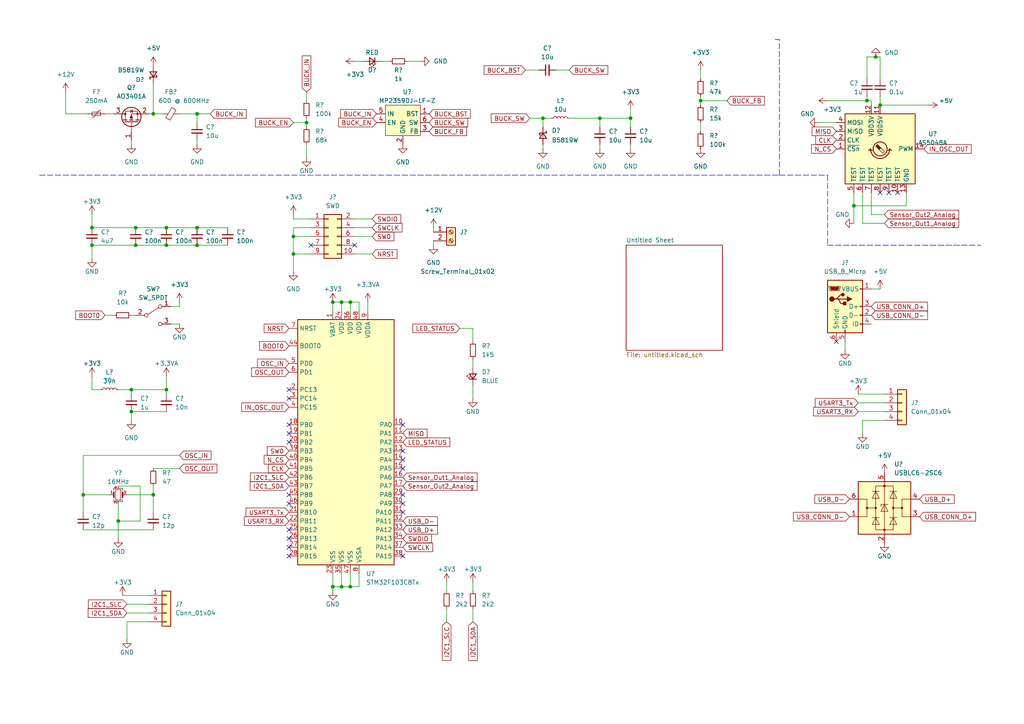
<source format=kicad_sch>
(kicad_sch (version 20211123) (generator eeschema)
  (paper "A4")
  (title_block (title "STM32F103C8") (date "2022-07-28") (company "Dharshini Thangapushparaja"))
  (lib_symbols
    (symbol "Connector:Screw_Terminal_01x02" (pin_names (offset 1.016) hide)
      (property "Reference" "J" (at 0 2.54 0))
      (property "Value" "Screw_Terminal_01x02" (at 0 -5.08 0))
      (symbol "Screw_Terminal_01x02_1_1"
        (pin passive line (at -5.08 0 0) (length 3.81) (name "Pin_1") (number "1"))
        (pin passive line (at -5.08 -2.54 0) (length 3.81) (name "Pin_2") (number "2"))
      )
    )
    (symbol "Connector:USB_B_Micro" (pin_names (offset 1.016))
      (property "Reference" "J" (at -5.08 11.43 0))
      (property "Value" "USB_B_Micro" (at -5.08 8.89 0))
      (symbol "USB_B_Micro_1_1"
        (pin power_out line (at 7.62 5.08 180) (length 2.54) (name "VBUS") (number "1"))
        (pin bidirectional line (at 7.62 -2.54 180) (length 2.54) (name "D-") (number "2"))
        (pin bidirectional line (at 7.62 0 180) (length 2.54) (name "D+") (number "3"))
        (pin passive line (at 7.62 -5.08 180) (length 2.54) (name "ID") (number "4"))
        (pin power_out line (at 0 -10.16 90) (length 2.54) (name "GND") (number "5"))
        (pin passive line (at -2.54 -10.16 90) (length 2.54) (name "Shield") (number "6"))
      )
    )
    (symbol "Connector_Generic:Conn_01x04" (pin_names (offset 1.016) hide)
      (property "Reference" "J" (at 0 5.08 0))
      (property "Value" "Conn_01x04" (at 0 -7.62 0))
      (symbol "Conn_01x04_1_1"
        (pin passive line (at -5.08 2.54 0) (length 3.81) (name "Pin_1") (number "1"))
        (pin passive line (at -5.08 0 0) (length 3.81) (name "Pin_2") (number "2"))
        (pin passive line (at -5.08 -2.54 0) (length 3.81) (name "Pin_3") (number "3"))
        (pin passive line (at -5.08 -5.08 0) (length 3.81) (name "Pin_4") (number "4"))
      )
    )
    (symbol "Connector_Generic:Conn_02x05_Odd_Even" (pin_names (offset 1.016) hide)
      (property "Reference" "J" (at 1.27 7.62 0))
      (property "Value" "Conn_02x05_Odd_Even" (at 1.27 -7.62 0))
      (symbol "Conn_02x05_Odd_Even_1_1"
        (pin passive line (at -5.08 5.08 0) (length 3.81) (name "Pin_1") (number "1"))
        (pin passive line (at 7.62 -5.08 180) (length 3.81) (name "Pin_10") (number "10"))
        (pin passive line (at 7.62 5.08 180) (length 3.81) (name "Pin_2") (number "2"))
        (pin passive line (at -5.08 2.54 0) (length 3.81) (name "Pin_3") (number "3"))
        (pin passive line (at 7.62 2.54 180) (length 3.81) (name "Pin_4") (number "4"))
        (pin passive line (at -5.08 0 0) (length 3.81) (name "Pin_5") (number "5"))
        (pin passive line (at 7.62 0 180) (length 3.81) (name "Pin_6") (number "6"))
        (pin passive line (at -5.08 -2.54 0) (length 3.81) (name "Pin_7") (number "7"))
        (pin passive line (at 7.62 -2.54 180) (length 3.81) (name "Pin_8") (number "8"))
        (pin passive line (at -5.08 -5.08 0) (length 3.81) (name "Pin_9") (number "9"))
      )
    )
    (symbol "Device:C_Small" (pin_numbers hide) (pin_names (offset 0.254) hide)
      (property "Reference" "C" (at 0.254 1.778 0))
      (property "Value" "C_Small" (at 0.254 -2.032 0))
      (symbol "C_Small_1_1"
        (pin passive line (at 0 2.54 270) (length 2.032) (name "~") (number "1"))
        (pin passive line (at 0 -2.54 90) (length 2.032) (name "~") (number "2"))
      )
    )
    (symbol "Device:Crystal_GND24_Small" (pin_names (offset 1.016) hide)
      (property "Reference" "Y" (at 1.27 4.445 0))
      (property "Value" "Crystal_GND24_Small" (at 1.27 2.54 0))
      (symbol "Crystal_GND24_Small_1_1"
        (pin passive line (at -2.54 0 0) (length 1.27) (name "1") (number "1"))
        (pin passive line (at 0 -2.54 90) (length 0.635) (name "2") (number "2"))
        (pin passive line (at 2.54 0 180) (length 1.27) (name "3") (number "3"))
        (pin passive line (at 0 2.54 270) (length 0.635) (name "4") (number "4"))
      )
    )
    (symbol "Device:D_Schottky_Small" (pin_numbers hide) (pin_names (offset 0.254) hide)
      (property "Reference" "D" (at -1.27 2.032 0))
      (property "Value" "D_Schottky_Small" (at -7.112 -2.032 0))
      (symbol "D_Schottky_Small_1_1"
        (pin passive line (at -2.54 0 0) (length 1.778) (name "K") (number "1"))
        (pin passive line (at 2.54 0 180) (length 1.778) (name "A") (number "2"))
      )
    )
    (symbol "Device:FerriteBead_Small" (pin_numbers hide) (pin_names (offset 0))
      (property "Reference" "FB" (at 1.905 1.27 0))
      (property "Value" "FerriteBead_Small" (at 1.905 -1.27 0))
      (symbol "FerriteBead_Small_1_1"
        (pin passive line (at 0 2.54 270) (length 1.27) (name "~") (number "1"))
        (pin passive line (at 0 -2.54 90) (length 1.27) (name "~") (number "2"))
      )
    )
    (symbol "Device:LED_Small" (pin_numbers hide) (pin_names (offset 0.254) hide)
      (property "Reference" "D" (at -1.27 3.175 0))
      (property "Value" "LED_Small" (at -4.445 -2.54 0))
      (symbol "LED_Small_1_1"
        (pin passive line (at -2.54 0 0) (length 1.778) (name "K") (number "1"))
        (pin passive line (at 2.54 0 180) (length 1.778) (name "A") (number "2"))
      )
    )
    (symbol "Device:L_Small" (pin_numbers hide) (pin_names (offset 0.254) hide)
      (property "Reference" "L" (at 0.762 1.016 0))
      (property "Value" "L_Small" (at 0.762 -1.016 0))
      (symbol "L_Small_1_1"
        (pin passive line (at 0 2.54 270) (length 0.508) (name "~") (number "1"))
        (pin passive line (at 0 -2.54 90) (length 0.508) (name "~") (number "2"))
      )
    )
    (symbol "Device:Polyfuse_Small" (pin_numbers hide) (pin_names (offset 0))
      (property "Reference" "F" (at -1.905 0 90))
      (property "Value" "Polyfuse_Small" (at 1.905 0 90))
      (symbol "Polyfuse_Small_1_1"
        (pin passive line (at 0 2.54 270) (length 0.635) (name "~") (number "1"))
        (pin passive line (at 0 -2.54 90) (length 0.635) (name "~") (number "2"))
      )
    )
    (symbol "Device:R_Small" (pin_numbers hide) (pin_names (offset 0.254) hide)
      (property "Reference" "R" (at 0.762 0.508 0))
      (property "Value" "R_Small" (at 0.762 -1.016 0))
      (symbol "R_Small_1_1"
        (pin passive line (at 0 2.54 270) (length 0.762) (name "~") (number "1"))
        (pin passive line (at 0 -2.54 90) (length 0.762) (name "~") (number "2"))
      )
    )
    (symbol "MCU_ST_STM32F1:STM32F103C8Tx"
      (property "Reference" "U" (at -15.24 36.83 0))
      (property "Value" "STM32F103C8Tx" (at 7.62 36.83 0))
      (symbol "STM32F103C8Tx_1_1"
        (pin power_in line (at -5.08 38.1 270) (length 2.54) (name "VBAT") (number "1"))
        (pin bidirectional line (at 15.24 5.08 180) (length 2.54) (name "PA0") (number "10"))
        (pin bidirectional line (at 15.24 2.54 180) (length 2.54) (name "PA1") (number "11"))
        (pin bidirectional line (at 15.24 0 180) (length 2.54) (name "PA2") (number "12"))
        (pin bidirectional line (at 15.24 -2.54 180) (length 2.54) (name "PA3") (number "13"))
        (pin bidirectional line (at 15.24 -5.08 180) (length 2.54) (name "PA4") (number "14"))
        (pin bidirectional line (at 15.24 -7.62 180) (length 2.54) (name "PA5") (number "15"))
        (pin bidirectional line (at 15.24 -10.16 180) (length 2.54) (name "PA6") (number "16"))
        (pin bidirectional line (at 15.24 -12.7 180) (length 2.54) (name "PA7") (number "17"))
        (pin bidirectional line (at -17.78 5.08 0) (length 2.54) (name "PB0") (number "18"))
        (pin bidirectional line (at -17.78 2.54 0) (length 2.54) (name "PB1") (number "19"))
        (pin bidirectional line (at -17.78 15.24 0) (length 2.54) (name "PC13") (number "2"))
        (pin bidirectional line (at -17.78 0 0) (length 2.54) (name "PB2") (number "20"))
        (pin bidirectional line (at -17.78 -20.32 0) (length 2.54) (name "PB10") (number "21"))
        (pin bidirectional line (at -17.78 -22.86 0) (length 2.54) (name "PB11") (number "22"))
        (pin power_in line (at -5.08 -38.1 90) (length 2.54) (name "VSS") (number "23"))
        (pin power_in line (at -2.54 38.1 270) (length 2.54) (name "VDD") (number "24"))
        (pin bidirectional line (at -17.78 -25.4 0) (length 2.54) (name "PB12") (number "25"))
        (pin bidirectional line (at -17.78 -27.94 0) (length 2.54) (name "PB13") (number "26"))
        (pin bidirectional line (at -17.78 -30.48 0) (length 2.54) (name "PB14") (number "27"))
        (pin bidirectional line (at -17.78 -33.02 0) (length 2.54) (name "PB15") (number "28"))
        (pin bidirectional line (at 15.24 -15.24 180) (length 2.54) (name "PA8") (number "29"))
        (pin bidirectional line (at -17.78 12.7 0) (length 2.54) (name "PC14") (number "3"))
        (pin bidirectional line (at 15.24 -17.78 180) (length 2.54) (name "PA9") (number "30"))
        (pin bidirectional line (at 15.24 -20.32 180) (length 2.54) (name "PA10") (number "31"))
        (pin bidirectional line (at 15.24 -22.86 180) (length 2.54) (name "PA11") (number "32"))
        (pin bidirectional line (at 15.24 -25.4 180) (length 2.54) (name "PA12") (number "33"))
        (pin bidirectional line (at 15.24 -27.94 180) (length 2.54) (name "PA13") (number "34"))
        (pin power_in line (at -2.54 -38.1 90) (length 2.54) (name "VSS") (number "35"))
        (pin power_in line (at 0 38.1 270) (length 2.54) (name "VDD") (number "36"))
        (pin bidirectional line (at 15.24 -30.48 180) (length 2.54) (name "PA14") (number "37"))
        (pin bidirectional line (at 15.24 -33.02 180) (length 2.54) (name "PA15") (number "38"))
        (pin bidirectional line (at -17.78 -2.54 0) (length 2.54) (name "PB3") (number "39"))
        (pin bidirectional line (at -17.78 10.16 0) (length 2.54) (name "PC15") (number "4"))
        (pin bidirectional line (at -17.78 -5.08 0) (length 2.54) (name "PB4") (number "40"))
        (pin bidirectional line (at -17.78 -7.62 0) (length 2.54) (name "PB5") (number "41"))
        (pin bidirectional line (at -17.78 -10.16 0) (length 2.54) (name "PB6") (number "42"))
        (pin bidirectional line (at -17.78 -12.7 0) (length 2.54) (name "PB7") (number "43"))
        (pin input line (at -17.78 27.94 0) (length 2.54) (name "BOOT0") (number "44"))
        (pin bidirectional line (at -17.78 -15.24 0) (length 2.54) (name "PB8") (number "45"))
        (pin bidirectional line (at -17.78 -17.78 0) (length 2.54) (name "PB9") (number "46"))
        (pin power_in line (at 0 -38.1 90) (length 2.54) (name "VSS") (number "47"))
        (pin power_in line (at 2.54 38.1 270) (length 2.54) (name "VDD") (number "48"))
        (pin input line (at -17.78 22.86 0) (length 2.54) (name "PD0") (number "5"))
        (pin input line (at -17.78 20.32 0) (length 2.54) (name "PD1") (number "6"))
        (pin input line (at -17.78 33.02 0) (length 2.54) (name "NRST") (number "7"))
        (pin power_in line (at 2.54 -38.1 90) (length 2.54) (name "VSSA") (number "8"))
        (pin power_in line (at 5.08 38.1 270) (length 2.54) (name "VDDA") (number "9"))
      )
    )
    (symbol "Power_Protection:USBLC6-2SC6" (pin_names hide)
      (property "Reference" "U" (at 2.54 8.89 0))
      (property "Value" "USBLC6-2SC6" (at 2.54 -8.89 0))
      (symbol "USBLC6-2SC6_1_1"
        (pin passive line (at -10.16 -2.54 0) (length 2.54) (name "I/O1") (number "1"))
        (pin passive line (at 0 -10.16 90) (length 2.54) (name "GND") (number "2"))
        (pin passive line (at 10.16 -2.54 180) (length 2.54) (name "I/O2") (number "3"))
        (pin passive line (at 10.16 2.54 180) (length 2.54) (name "I/O2") (number "4"))
        (pin passive line (at 0 10.16 270) (length 2.54) (name "VBUS") (number "5"))
        (pin passive line (at -10.16 2.54 0) (length 2.54) (name "I/O1") (number "6"))
      )
    )
    (symbol "Regulator_Switching:MP2359DJ-LF-Z"
      (property "Reference" "U" (at -5.08 5.08 0))
      (property "Value" "MP2359DJ-LF-Z" (at 8.89 5.08 0))
      (symbol "MP2359DJ-LF-Z_1_1"
        (pin input line (at 7.62 1.27 180) (length 2.54) (name "BST") (number "1"))
        (pin input line (at 0 -7.62 90) (length 2.54) (name "GND") (number "2"))
        (pin input line (at 7.62 -3.81 180) (length 2.54) (name "FB") (number "3"))
        (pin input line (at -7.62 -1.27 0) (length 2.54) (name "EN") (number "4"))
        (pin input line (at -7.62 1.27 0) (length 2.54) (name "IN") (number "5"))
        (pin input line (at 7.62 -1.27 180) (length 2.54) (name "SW") (number "6"))
      )
    )
    (symbol "Sensor_Magnetic:AS5048A"
      (property "Reference" "U" (at -10.16 11.43 0))
      (property "Value" "AS5048A" (at 10.16 11.43 0))
      (symbol "AS5048A_1_1"
        (pin input line (at -12.7 0 0) (length 2.54) (name "~{CSn}") (number "1"))
        (pin passive line (at 5.08 -12.7 90) (length 2.54) (name "TEST") (number "10"))
        (pin power_in line (at 0 12.7 270) (length 2.54) (name "VDD5V") (number "11"))
        (pin power_in line (at -2.54 12.7 270) (length 2.54) (name "VDD3V") (number "12"))
        (pin power_in line (at 7.62 -12.7 90) (length 2.54) (name "GND") (number "13"))
        (pin output line (at 12.7 0 180) (length 2.54) (name "PWM") (number "14"))
        (pin input line (at -12.7 2.54 0) (length 2.54) (name "CLK") (number "2"))
        (pin output line (at -12.7 5.08 0) (length 2.54) (name "MISO") (number "3"))
        (pin input line (at -12.7 7.62 0) (length 2.54) (name "MOSI") (number "4"))
        (pin passive line (at -7.62 -12.7 90) (length 2.54) (name "TEST") (number "5"))
        (pin passive line (at -5.08 -12.7 90) (length 2.54) (name "TEST") (number "6"))
        (pin passive line (at -2.54 -12.7 90) (length 2.54) (name "TEST") (number "7"))
        (pin passive line (at 0 -12.7 90) (length 2.54) (name "TEST") (number "8"))
        (pin passive line (at 2.54 -12.7 90) (length 2.54) (name "TEST") (number "9"))
      )
    )
    (symbol "Switch:SW_SPDT" (pin_names (offset 0) hide)
      (property "Reference" "SW" (at 0 4.318 0))
      (property "Value" "SW_SPDT" (at 0 -5.08 0))
      (symbol "SW_SPDT_1_1"
        (pin passive line (at 5.08 2.54 180) (length 2.54) (name "A") (number "1"))
        (pin passive line (at -5.08 0 0) (length 2.54) (name "B") (number "2"))
        (pin passive line (at 5.08 -2.54 180) (length 2.54) (name "C") (number "3"))
      )
    )
    (symbol "Transistor_FET:AO3401A" (pin_names hide)
      (property "Reference" "Q" (at 5.08 1.905 0))
      (property "Value" "AO3401A" (at 5.08 0 0))
      (symbol "AO3401A_1_1"
        (pin input line (at -5.08 0 0) (length 2.54) (name "G") (number "1"))
        (pin passive line (at 2.54 -5.08 90) (length 2.54) (name "S") (number "2"))
        (pin passive line (at 2.54 5.08 270) (length 2.54) (name "D") (number "3"))
      )
    )
    (symbol "power:+12V" (power) (pin_names (offset 0))
      (property "Value" "+12V" (at 0 3.556 0))
      (symbol "+12V_1_1"
        (pin power_in line (at 0 0 90) (length 0) hide (name "+12V") (number "1"))
      )
    )
    (symbol "power:+3.3V" (power) (pin_names (offset 0))
      (property "Value" "+3.3V" (at 0 3.556 0))
      (symbol "+3.3V_1_1"
        (pin power_in line (at 0 0 90) (length 0) hide (name "+3V3") (number "1"))
      )
    )
    (symbol "power:+3.3VA" (power) (pin_names (offset 0))
      (property "Value" "+3.3VA" (at 0 3.556 0))
      (symbol "+3.3VA_1_1"
        (pin power_in line (at 0 0 90) (length 0) hide (name "+3.3VA") (number "1"))
      )
    )
    (symbol "power:+5V" (power) (pin_names (offset 0))
      (property "Value" "+5V" (at 0 3.556 0))
      (symbol "+5V_1_1"
        (pin power_in line (at 0 0 90) (length 0) hide (name "+5V") (number "1"))
      )
    )
    (symbol "power:GND" (power) (pin_names (offset 0))
      (property "Value" "GND" (at 0 -3.81 0))
      (symbol "GND_1_1"
        (pin power_in line (at 0 0 270) (length 0) hide (name "GND") (number "1"))
      )
    )
  )
  (junction (at 38.1 119.38))
  (junction (at 157.48 34.29))
  (junction (at 203.2 29.21))
  (junction (at 26.67 66.04))
  (junction (at 48.26 71.12))
  (junction (at 99.06 87.63))
  (junction (at 173.99 34.29))
  (junction (at 57.15 66.04))
  (junction (at 38.1 113.03))
  (junction (at 44.45 143.51))
  (junction (at 39.37 66.04))
  (junction (at 251.46 29.21))
  (junction (at 255.27 30.48))
  (junction (at 26.67 71.12))
  (junction (at 254 16.51))
  (junction (at 24.13 143.51))
  (junction (at 101.6 170.18))
  (junction (at 39.37 71.12))
  (junction (at 48.26 113.03))
  (junction (at 96.52 87.63))
  (junction (at 247.65 59.69))
  (junction (at 57.15 33.02))
  (junction (at 57.15 71.12))
  (junction (at 44.45 33.02))
  (junction (at 101.6 87.63))
  (junction (at 85.09 73.66))
  (junction (at 85.09 68.58))
  (junction (at 34.29 151.13))
  (junction (at 99.06 170.18))
  (junction (at 88.9 35.56))
  (junction (at 48.26 66.04))
  (junction (at 96.52 170.18))
  (junction (at 182.88 34.29))
  (no_connect (at 116.84 123.19))
  (no_connect (at 116.84 161.29))
  (no_connect (at 116.84 148.59))
  (no_connect (at 116.84 135.89))
  (no_connect (at 90.17 71.12))
  (no_connect (at 83.82 143.51))
  (no_connect (at 116.84 146.05))
  (no_connect (at 257.81 55.88))
  (no_connect (at 83.82 153.67))
  (no_connect (at 83.82 161.29))
  (no_connect (at 83.82 113.03))
  (no_connect (at 83.82 123.19))
  (no_connect (at 260.35 55.88))
  (no_connect (at 242.57 99.06))
  (no_connect (at 116.84 133.35))
  (no_connect (at 83.82 158.75))
  (no_connect (at 83.82 115.57))
  (no_connect (at 83.82 156.21))
  (no_connect (at 116.84 143.51))
  (no_connect (at 102.87 71.12))
  (no_connect (at 83.82 146.05))
  (no_connect (at 83.82 128.27))
  (no_connect (at 255.27 55.88))
  (no_connect (at 83.82 125.73))
  (no_connect (at 116.84 130.81))
  (wire (pts (xy 110.49 17.78) (xy 113.03 17.78)))
  (wire (pts (xy 173.99 34.29) (xy 173.99 36.83)))
  (polyline (pts (xy 11.43 50.8) (xy 226.06 50.8)))
  (wire (pts (xy 96.52 87.63) (xy 96.52 90.17)))
  (wire (pts (xy 24.13 153.67) (xy 44.45 153.67)))
  (wire (pts (xy 44.45 33.02) (xy 46.99 33.02)))
  (wire (pts (xy 49.53 93.98) (xy 52.07 93.98)))
  (wire (pts (xy 48.26 66.04) (xy 57.15 66.04)))
  (wire (pts (xy 101.6 166.37) (xy 101.6 170.18)))
  (wire (pts (xy 85.09 73.66) (xy 85.09 78.74)))
  (wire (pts (xy 137.16 104.14) (xy 137.16 106.68)))
  (wire (pts (xy 96.52 87.63) (xy 99.06 87.63)))
  (wire (pts (xy 85.09 35.56) (xy 88.9 35.56)))
  (wire (pts (xy 251.46 16.51) (xy 254 16.51)))
  (wire (pts (xy 52.07 132.08) (xy 24.13 132.08)))
  (wire (pts (xy 133.35 95.25) (xy 137.16 95.25)))
  (wire (pts (xy 203.2 27.94) (xy 203.2 29.21)))
  (wire (pts (xy 99.06 87.63) (xy 101.6 87.63)))
  (wire (pts (xy 152.4 20.32) (xy 156.21 20.32)))
  (wire (pts (xy 57.15 40.64) (xy 57.15 41.91)))
  (wire (pts (xy 255.27 16.51) (xy 254 16.51)))
  (wire (pts (xy 173.99 41.91) (xy 173.99 43.18)))
  (wire (pts (xy 251.46 29.21) (xy 252.73 29.21)))
  (wire (pts (xy 255.27 27.94) (xy 255.27 30.48)))
  (wire (pts (xy 52.07 87.63) (xy 52.07 88.9)))
  (wire (pts (xy 250.19 64.77) (xy 250.19 55.88)))
  (wire (pts (xy 19.05 26.67) (xy 19.05 33.02)))
  (wire (pts (xy 247.65 59.69) (xy 247.65 55.88)))
  (wire (pts (xy 85.09 62.23) (xy 85.09 63.5)))
  (wire (pts (xy 26.67 109.22) (xy 26.67 113.03)))
  (wire (pts (xy 182.88 41.91) (xy 182.88 43.18)))
  (wire (pts (xy 182.88 31.75) (xy 182.88 34.29)))
  (wire (pts (xy 24.13 132.08) (xy 24.13 143.51)))
  (wire (pts (xy 250.19 125.73) (xy 250.19 121.92)))
  (wire (pts (xy 245.11 101.6) (xy 245.11 99.06)))
  (wire (pts (xy 101.6 87.63) (xy 104.14 87.63)))
  (wire (pts (xy 182.88 34.29) (xy 182.88 36.83)))
  (wire (pts (xy 26.67 66.04) (xy 39.37 66.04)))
  (wire (pts (xy 251.46 27.94) (xy 251.46 29.21)))
  (wire (pts (xy 161.29 20.32) (xy 165.1 20.32)))
  (wire (pts (xy 36.83 177.8) (xy 43.18 177.8)))
  (wire (pts (xy 44.45 135.89) (xy 52.07 135.89)))
  (wire (pts (xy 90.17 66.04) (xy 85.09 66.04)))
  (polyline (pts (xy 226.06 50.8) (xy 226.06 11.43)))
  (wire (pts (xy 38.1 40.64) (xy 38.1 41.91)))
  (wire (pts (xy 34.29 113.03) (xy 38.1 113.03)))
  (wire (pts (xy 125.73 69.85) (xy 125.73 71.12)))
  (wire (pts (xy 26.67 71.12) (xy 26.67 74.93)))
  (wire (pts (xy 252.73 62.23) (xy 256.54 62.23)))
  (wire (pts (xy 48.26 113.03) (xy 48.26 114.3)))
  (wire (pts (xy 203.2 35.56) (xy 203.2 38.1)))
  (wire (pts (xy 38.1 119.38) (xy 48.26 119.38)))
  (wire (pts (xy 52.07 88.9) (xy 49.53 88.9)))
  (wire (pts (xy 88.9 26.67) (xy 88.9 29.21)))
  (wire (pts (xy 38.1 119.38) (xy 38.1 121.92)))
  (wire (pts (xy 57.15 33.02) (xy 60.96 33.02)))
  (wire (pts (xy 203.2 20.32) (xy 203.2 22.86)))
  (wire (pts (xy 129.54 176.53) (xy 129.54 180.34)))
  (wire (pts (xy 165.1 34.29) (xy 173.99 34.29)))
  (wire (pts (xy 44.45 24.13) (xy 44.45 33.02)))
  (wire (pts (xy 137.16 111.76) (xy 137.16 115.57)))
  (wire (pts (xy 88.9 35.56) (xy 88.9 36.83)))
  (wire (pts (xy 262.89 59.69) (xy 247.65 59.69)))
  (wire (pts (xy 102.87 66.04) (xy 107.95 66.04)))
  (wire (pts (xy 31.75 143.51) (xy 24.13 143.51)))
  (wire (pts (xy 38.1 113.03) (xy 38.1 114.3)))
  (wire (pts (xy 118.11 17.78) (xy 121.92 17.78)))
  (wire (pts (xy 26.67 71.12) (xy 39.37 71.12)))
  (wire (pts (xy 101.6 170.18) (xy 104.14 170.18)))
  (wire (pts (xy 137.16 176.53) (xy 137.16 180.34)))
  (polyline (pts (xy 240.03 50.8) (xy 240.03 71.12)))
  (wire (pts (xy 40.64 140.97) (xy 40.64 151.13)))
  (wire (pts (xy 252.73 55.88) (xy 252.73 62.23)))
  (wire (pts (xy 30.48 91.44) (xy 33.02 91.44)))
  (wire (pts (xy 48.26 109.22) (xy 48.26 113.03)))
  (wire (pts (xy 237.49 35.56) (xy 242.57 35.56)))
  (wire (pts (xy 173.99 34.29) (xy 182.88 34.29)))
  (wire (pts (xy 104.14 87.63) (xy 104.14 90.17)))
  (wire (pts (xy 96.52 171.45) (xy 96.52 170.18)))
  (wire (pts (xy 85.09 63.5) (xy 90.17 63.5)))
  (wire (pts (xy 34.29 151.13) (xy 34.29 156.21)))
  (polyline (pts (xy 226.06 50.8) (xy 240.03 50.8)))
  (wire (pts (xy 24.13 143.51) (xy 24.13 148.59)))
  (wire (pts (xy 36.83 180.34) (xy 36.83 185.42)))
  (wire (pts (xy 137.16 95.25) (xy 137.16 99.06)))
  (wire (pts (xy 252.73 29.21) (xy 252.73 30.48)))
  (wire (pts (xy 30.48 33.02) (xy 33.02 33.02)))
  (wire (pts (xy 99.06 170.18) (xy 96.52 170.18)))
  (wire (pts (xy 85.09 66.04) (xy 85.09 68.58)))
  (wire (pts (xy 248.92 119.38) (xy 256.54 119.38)))
  (wire (pts (xy 57.15 66.04) (xy 66.04 66.04)))
  (wire (pts (xy 88.9 41.91) (xy 88.9 45.72)))
  (wire (pts (xy 240.03 29.21) (xy 251.46 29.21)))
  (wire (pts (xy 36.83 143.51) (xy 44.45 143.51)))
  (wire (pts (xy 102.87 63.5) (xy 107.95 63.5)))
  (wire (pts (xy 99.06 170.18) (xy 101.6 170.18)))
  (wire (pts (xy 250.19 121.92) (xy 256.54 121.92)))
  (polyline (pts (xy 240.03 71.12) (xy 284.48 71.12)))
  (wire (pts (xy 129.54 168.91) (xy 129.54 171.45)))
  (wire (pts (xy 43.18 33.02) (xy 44.45 33.02)))
  (wire (pts (xy 52.07 33.02) (xy 57.15 33.02)))
  (wire (pts (xy 85.09 73.66) (xy 90.17 73.66)))
  (wire (pts (xy 38.1 91.44) (xy 39.37 91.44)))
  (wire (pts (xy 39.37 71.12) (xy 48.26 71.12)))
  (wire (pts (xy 34.29 151.13) (xy 40.64 151.13)))
  (wire (pts (xy 157.48 34.29) (xy 157.48 36.83)))
  (wire (pts (xy 88.9 34.29) (xy 88.9 35.56)))
  (wire (pts (xy 99.06 166.37) (xy 99.06 170.18)))
  (wire (pts (xy 26.67 113.03) (xy 29.21 113.03)))
  (wire (pts (xy 251.46 22.86) (xy 251.46 16.51)))
  (wire (pts (xy 248.92 114.3) (xy 256.54 114.3)))
  (wire (pts (xy 101.6 87.63) (xy 101.6 90.17)))
  (wire (pts (xy 247.65 64.77) (xy 247.65 59.69)))
  (wire (pts (xy 57.15 71.12) (xy 66.04 71.12)))
  (wire (pts (xy 57.15 33.02) (xy 57.15 35.56)))
  (wire (pts (xy 262.89 55.88) (xy 262.89 59.69)))
  (wire (pts (xy 203.2 29.21) (xy 203.2 30.48)))
  (wire (pts (xy 104.14 166.37) (xy 104.14 170.18)))
  (wire (pts (xy 255.27 30.48) (xy 269.24 30.48)))
  (wire (pts (xy 125.73 66.04) (xy 125.73 67.31)))
  (polyline (pts (xy 224.79 11.43) (xy 226.06 11.43)))
  (wire (pts (xy 157.48 41.91) (xy 157.48 43.18)))
  (wire (pts (xy 102.87 68.58) (xy 107.95 68.58)))
  (wire (pts (xy 96.52 166.37) (xy 96.52 170.18)))
  (wire (pts (xy 38.1 113.03) (xy 48.26 113.03)))
  (wire (pts (xy 252.73 83.82) (xy 255.27 83.82)))
  (wire (pts (xy 26.67 62.23) (xy 26.67 66.04)))
  (wire (pts (xy 48.26 71.12) (xy 57.15 71.12)))
  (wire (pts (xy 248.92 116.84) (xy 256.54 116.84)))
  (wire (pts (xy 137.16 168.91) (xy 137.16 171.45)))
  (wire (pts (xy 85.09 68.58) (xy 85.09 73.66)))
  (wire (pts (xy 157.48 34.29) (xy 160.02 34.29)))
  (wire (pts (xy 36.83 175.26) (xy 43.18 175.26)))
  (wire (pts (xy 85.09 68.58) (xy 90.17 68.58)))
  (wire (pts (xy 34.29 146.05) (xy 34.29 151.13)))
  (wire (pts (xy 34.29 140.97) (xy 40.64 140.97)))
  (wire (pts (xy 43.18 180.34) (xy 36.83 180.34)))
  (wire (pts (xy 19.05 33.02) (xy 25.4 33.02)))
  (wire (pts (xy 102.87 17.78) (xy 105.41 17.78)))
  (wire (pts (xy 106.68 87.63) (xy 106.68 90.17)))
  (wire (pts (xy 39.37 66.04) (xy 48.26 66.04)))
  (wire (pts (xy 44.45 140.97) (xy 44.45 143.51)))
  (wire (pts (xy 44.45 143.51) (xy 44.45 148.59)))
  (wire (pts (xy 203.2 29.21) (xy 210.82 29.21)))
  (wire (pts (xy 255.27 22.86) (xy 255.27 16.51)))
  (wire (pts (xy 35.56 172.72) (xy 43.18 172.72)))
  (wire (pts (xy 153.67 34.29) (xy 157.48 34.29)))
  (wire (pts (xy 99.06 87.63) (xy 99.06 90.17)))
  (wire (pts (xy 250.19 64.77) (xy 256.54 64.77)))
  (wire (pts (xy 102.87 73.66) (xy 107.95 73.66)))
  (global_label "USART3_Tx" (shape input) (at 248.92 116.84 180) (property "插入图纸页参考" "${INTERSHEET_REFS}" (effects hide)))
  (global_label "I2C1_SLC" (shape input) (at 129.54 180.34 270) (property "插入图纸页参考" "${INTERSHEET_REFS}" (effects hide)))
  (global_label "BUCK_BST" (shape input) (at 124.46 33.02 0) (property "插入图纸页参考" "${INTERSHEET_REFS}" (effects hide)))
  (global_label "LED_STATUS" (shape input) (at 133.35 95.25 180) (property "插入图纸页参考" "${INTERSHEET_REFS}" (effects hide)))
  (global_label "MISO" (shape input) (at 116.84 125.73 0) (property "插入图纸页参考" "${INTERSHEET_REFS}" (effects hide)))
  (global_label "BUCK_IN" (shape input) (at 109.22 33.02 180) (property "插入图纸页参考" "${INTERSHEET_REFS}" (effects hide)))
  (global_label "SWDIO" (shape input) (at 116.84 156.21 0) (property "插入图纸页参考" "${INTERSHEET_REFS}" (effects hide)))
  (global_label "BUCK_FB" (shape input) (at 210.82 29.21 0) (property "插入图纸页参考" "${INTERSHEET_REFS}" (effects hide)))
  (global_label "USART3_RX" (shape input) (at 248.92 119.38 180) (property "插入图纸页参考" "${INTERSHEET_REFS}" (effects hide)))
  (global_label "USB_CONN_D+" (shape input) (at 252.73 88.9 0) (property "插入图纸页参考" "${INTERSHEET_REFS}" (effects hide)))
  (global_label "Sensor_Out2_Analog" (shape input) (at 116.84 140.97 0) (property "插入图纸页参考" "${INTERSHEET_REFS}" (effects hide)))
  (global_label "NRST" (shape input) (at 107.95 73.66 0) (property "插入图纸页参考" "${INTERSHEET_REFS}" (effects hide)))
  (global_label "BUCK_FB" (shape input) (at 124.46 38.1 0) (property "插入图纸页参考" "${INTERSHEET_REFS}" (effects hide)))
  (global_label "USB_D-" (shape input) (at 246.38 144.78 180) (property "插入图纸页参考" "${INTERSHEET_REFS}" (effects hide)))
  (global_label "MISO" (shape input) (at 242.57 38.1 180) (property "插入图纸页参考" "${INTERSHEET_REFS}" (effects hide)))
  (global_label "LED_STATUS" (shape input) (at 116.84 128.27 0) (property "插入图纸页参考" "${INTERSHEET_REFS}" (effects hide)))
  (global_label "SW0" (shape input) (at 83.82 130.81 180) (property "插入图纸页参考" "${INTERSHEET_REFS}" (effects hide)))
  (global_label "USB_CONN_D-" (shape input) (at 252.73 91.44 0) (property "插入图纸页参考" "${INTERSHEET_REFS}" (effects hide)))
  (global_label "CLK" (shape input) (at 83.82 135.89 180) (property "插入图纸页参考" "${INTERSHEET_REFS}" (effects hide)))
  (global_label "USB_CONN_D-" (shape input) (at 246.38 149.86 180) (property "插入图纸页参考" "${INTERSHEET_REFS}" (effects hide)))
  (global_label "BUCK_SW" (shape input) (at 124.46 35.56 0) (property "插入图纸页参考" "${INTERSHEET_REFS}" (effects hide)))
  (global_label "BOOT0" (shape input) (at 30.48 91.44 180) (property "插入图纸页参考" "${INTERSHEET_REFS}" (effects hide)))
  (global_label "OSC_OUT" (shape input) (at 52.07 135.89 0) (property "插入图纸页参考" "${INTERSHEET_REFS}" (effects hide)))
  (global_label "I2C1_SLC" (shape input) (at 83.82 138.43 180) (property "插入图纸页参考" "${INTERSHEET_REFS}" (effects hide)))
  (global_label "SWCLK" (shape input) (at 116.84 158.75 0) (property "插入图纸页参考" "${INTERSHEET_REFS}" (effects hide)))
  (global_label "USB_D-" (shape input) (at 116.84 151.13 0) (property "插入图纸页参考" "${INTERSHEET_REFS}" (effects hide)))
  (global_label "OSC_IN" (shape input) (at 83.82 105.41 180) (property "插入图纸页参考" "${INTERSHEET_REFS}" (effects hide)))
  (global_label "Sensor_Out2_Analog" (shape input) (at 256.54 62.23 0) (property "插入图纸页参考" "${INTERSHEET_REFS}" (effects hide)))
  (global_label "BUCK_IN" (shape input) (at 88.9 26.67 90) (property "插入图纸页参考" "${INTERSHEET_REFS}" (effects hide)))
  (global_label "OSC_OUT" (shape input) (at 83.82 107.95 180) (property "插入图纸页参考" "${INTERSHEET_REFS}" (effects hide)))
  (global_label "BUCK_SW" (shape input) (at 153.67 34.29 180) (property "插入图纸页参考" "${INTERSHEET_REFS}" (effects hide)))
  (global_label "Sensor_Out1_Analog" (shape input) (at 116.84 138.43 0) (property "插入图纸页参考" "${INTERSHEET_REFS}" (effects hide)))
  (global_label "I2C1_SDA" (shape input) (at 83.82 140.97 180) (property "插入图纸页参考" "${INTERSHEET_REFS}" (effects hide)))
  (global_label "N_CS" (shape input) (at 242.57 43.18 180) (property "插入图纸页参考" "${INTERSHEET_REFS}" (effects hide)))
  (global_label "USB_D+" (shape input) (at 116.84 153.67 0) (property "插入图纸页参考" "${INTERSHEET_REFS}" (effects hide)))
  (global_label "IN_OSC_OUT" (shape input) (at 267.97 43.18 0) (property "插入图纸页参考" "${INTERSHEET_REFS}" (effects hide)))
  (global_label "USART3_Tx" (shape input) (at 83.82 148.59 180) (property "插入图纸页参考" "${INTERSHEET_REFS}" (effects hide)))
  (global_label "BUCK_BST" (shape input) (at 152.4 20.32 180) (property "插入图纸页参考" "${INTERSHEET_REFS}" (effects hide)))
  (global_label "I2C1_SDA" (shape input) (at 137.16 180.34 270) (property "插入图纸页参考" "${INTERSHEET_REFS}" (effects hide)))
  (global_label "N_CS" (shape input) (at 83.82 133.35 180) (property "插入图纸页参考" "${INTERSHEET_REFS}" (effects hide)))
  (global_label "BUCK_EN" (shape input) (at 109.22 35.56 180) (property "插入图纸页参考" "${INTERSHEET_REFS}" (effects hide)))
  (global_label "USB_D+" (shape input) (at 266.7 144.78 0) (property "插入图纸页参考" "${INTERSHEET_REFS}" (effects hide)))
  (global_label "I2C1_SDA" (shape input) (at 36.83 177.8 180) (property "插入图纸页参考" "${INTERSHEET_REFS}" (effects hide)))
  (global_label "OSC_IN" (shape input) (at 52.07 132.08 0) (property "插入图纸页参考" "${INTERSHEET_REFS}" (effects hide)))
  (global_label "NRST" (shape input) (at 83.82 95.25 180) (property "插入图纸页参考" "${INTERSHEET_REFS}" (effects hide)))
  (global_label "SW0" (shape input) (at 107.95 68.58 0) (property "插入图纸页参考" "${INTERSHEET_REFS}" (effects hide)))
  (global_label "BUCK_EN" (shape input) (at 85.09 35.56 180) (property "插入图纸页参考" "${INTERSHEET_REFS}" (effects hide)))
  (global_label "I2C1_SLC" (shape input) (at 36.83 175.26 180) (property "插入图纸页参考" "${INTERSHEET_REFS}" (effects hide)))
  (global_label "USB_CONN_D+" (shape input) (at 266.7 149.86 0) (property "插入图纸页参考" "${INTERSHEET_REFS}" (effects hide)))
  (global_label "BUCK_SW" (shape input) (at 165.1 20.32 0) (property "插入图纸页参考" "${INTERSHEET_REFS}" (effects hide)))
  (global_label "Sensor_Out1_Analog" (shape input) (at 256.54 64.77 0) (property "插入图纸页参考" "${INTERSHEET_REFS}" (effects hide)))
  (global_label "SWDIO" (shape input) (at 107.95 63.5 0) (property "插入图纸页参考" "${INTERSHEET_REFS}" (effects hide)))
  (global_label "SWCLK" (shape input) (at 107.95 66.04 0) (property "插入图纸页参考" "${INTERSHEET_REFS}" (effects hide)))
  (global_label "CLK" (shape input) (at 242.57 40.64 180) (property "插入图纸页参考" "${INTERSHEET_REFS}" (effects hide)))
  (global_label "USART3_RX" (shape input) (at 83.82 151.13 180) (property "插入图纸页参考" "${INTERSHEET_REFS}" (effects hide)))
  (global_label "BUCK_IN" (shape input) (at 60.96 33.02 0) (property "插入图纸页参考" "${INTERSHEET_REFS}" (effects hide)))
  (global_label "BOOT0" (shape input) (at 83.82 100.33 180) (property "插入图纸页参考" "${INTERSHEET_REFS}" (effects hide)))
  (global_label "IN_OSC_OUT" (shape input) (at 83.82 118.11 180) (property "插入图纸页参考" "${INTERSHEET_REFS}" (effects hide)))
  (symbol (lib_id "power:+5V") (at 255.27 83.82 0) (unit 1)
    (property "Reference" "#PWR?" (effects hide))
    (property "Value" "+5V" (at 255.27 78.74 0))
  )
  (symbol (lib_id "Device:R_Small") (at 88.9 39.37 0) (unit 1)
    (property "Reference" "R?" (at 91.44 38.0999 0) (effects (justify left)))
    (property "Value" "68k" (at 91.44 40.6399 0) (effects (justify left)))
  )
  (symbol (lib_id "power:GND") (at 203.2 43.18 0) (unit 1)
    (property "Reference" "#PWR?" (effects hide))
    (property "Value" "GND" (at 203.2 48.26 0))
  )
  (symbol (lib_id "Device:C_Small") (at 251.46 25.4 0) (unit 1)
    (property "Reference" "C?" (at 246.38 24.13 0) (effects (justify left)))
    (property "Value" "1u" (at 247.65 26.67 0) (effects (justify left)))
  )
  (symbol (lib_id "Device:C_Small") (at 44.45 151.13 0) (unit 1)
    (property "Reference" "C?" (at 46.99 149.8662 0) (effects (justify left)))
    (property "Value" "12p" (at 46.99 152.4062 0) (effects (justify left)))
  )
  (symbol (lib_id "power:+3.3V") (at 52.07 87.63 0) (unit 1)
    (property "Reference" "#PWR?" (effects hide))
    (property "Value" "+3.3V" (at 52.07 82.55 0))
  )
  (symbol (lib_id "Device:FerriteBead_Small") (at 49.53 33.02 270) (unit 1)
    (property "Reference" "FB?" (at 49.5681 26.67 90))
    (property "Value" "600 @ 600MHz" (at 53.34 29.21 90))
  )
  (symbol (lib_id "power:+5V") (at 44.45 19.05 0) (unit 1)
    (property "Reference" "#PWR?" (effects hide))
    (property "Value" "+5V" (at 44.45 13.97 0))
  )
  (symbol (lib_id "power:+3.3VA") (at 106.68 87.63 0) (unit 1)
    (property "Reference" "#PWR?" (effects hide))
    (property "Value" "+3.3VA" (at 106.68 82.55 0))
  )
  (symbol (lib_id "power:GND") (at 52.07 93.98 0) (unit 1)
    (property "Reference" "#PWR?" (effects hide))
    (property "Value" "GND" (at 52.07 97.79 0))
  )
  (symbol (lib_id "power:GND") (at 96.52 171.45 0) (unit 1)
    (property "Reference" "#PWR?" (effects hide))
    (property "Value" "GND" (at 96.52 175.26 0))
  )
  (symbol (lib_id "power:+3.3VA") (at 48.26 109.22 0) (unit 1)
    (property "Reference" "#PWR?" (effects hide))
    (property "Value" "+3.3VA" (at 48.26 105.41 0))
  )
  (symbol (lib_id "Regulator_Switching:MP2359DJ-LF-Z") (at 116.84 34.29 0) (unit 1)
    (property "Reference" "U?" (at 118.11 26.67 0))
    (property "Value" "MP2359DJ-LF-Z" (at 118.11 29.21 0))
  )
  (symbol (lib_id "power:GND") (at 245.11 101.6 0) (unit 1)
    (property "Reference" "#PWR?" (effects hide))
    (property "Value" "GND" (at 245.11 105.41 0))
  )
  (symbol (lib_id "Device:R_Small") (at 203.2 40.64 0) (unit 1)
    (property "Reference" "R?" (at 205.74 39.3699 0) (effects (justify left)))
    (property "Value" "100k" (at 205.74 41.9099 0) (effects (justify left)))
  )
  (symbol (lib_id "Connector_Generic:Conn_01x04") (at 48.26 175.26 0) (unit 1)
    (property "Reference" "J?" (at 50.8 175.2599 0) (effects (justify left)))
    (property "Value" "Conn_01x04" (at 50.8 177.7999 0) (effects (justify left)))
  )
  (symbol (lib_id "Device:R_Small") (at 203.2 25.4 0) (unit 1)
    (property "Reference" "R?" (at 205.74 24.1299 0) (effects (justify left)))
    (property "Value" "47k" (at 205.74 26.6699 0) (effects (justify left)))
  )
  (symbol (lib_id "power:GND") (at 250.19 125.73 0) (unit 1)
    (property "Reference" "#PWR?" (effects hide))
    (property "Value" "GND" (at 250.19 129.54 0))
  )
  (symbol (lib_id "power:GND") (at 121.92 17.78 90) (unit 1)
    (property "Reference" "#PWR?" (effects hide))
    (property "Value" "GND" (at 125.73 17.7799 90) (effects (justify right)))
  )
  (symbol (lib_id "power:GND") (at 237.49 35.56 270) (unit 1)
    (property "Reference" "#PWR?" (effects hide))
    (property "Value" "GND" (at 236.22 33.02 90) (effects (justify right)))
  )
  (symbol (lib_id "power:+3.3V") (at 102.87 17.78 90) (unit 1)
    (property "Reference" "#PWR?" (effects hide))
    (property "Value" "+3.3V" (at 100.33 21.59 90) (effects (justify right)))
  )
  (symbol (lib_id "Device:C_Small") (at 38.1 116.84 0) (unit 1)
    (property "Reference" "C?" (at 40.64 115.5762 0) (effects (justify left)))
    (property "Value" "1u" (at 40.64 118.1162 0) (effects (justify left)))
  )
  (symbol (lib_id "Device:C_Small") (at 26.67 68.58 0) (unit 1)
    (property "Reference" "C?" (at 29.21 67.3162 0) (effects (justify left)))
    (property "Value" "4u7" (at 29.21 69.8562 0) (effects (justify left)))
  )
  (symbol (lib_id "power:+5V") (at 256.54 137.16 0) (unit 1)
    (property "Reference" "#PWR?" (effects hide))
    (property "Value" "+5V" (at 256.54 132.08 0))
  )
  (symbol (lib_id "power:+5V") (at 269.24 30.48 270) (unit 1)
    (property "Reference" "#PWR?" (effects hide))
    (property "Value" "+5V" (at 274.32 29.21 90))
  )
  (symbol (lib_id "Device:C_Small") (at 48.26 68.58 0) (unit 1)
    (property "Reference" "C?" (at 50.8 67.3162 0) (effects (justify left)))
    (property "Value" "100n" (at 50.8 69.8562 0) (effects (justify left)))
  )
  (symbol (lib_id "Device:L_Small") (at 31.75 113.03 90) (unit 1)
    (property "Reference" "L?" (at 31.75 107.95 90))
    (property "Value" "39n" (at 31.75 110.49 90))
  )
  (symbol (lib_id "Device:R_Small") (at 115.57 17.78 90) (unit 1)
    (property "Reference" "R?" (at 115.57 20.32 90))
    (property "Value" "1k" (at 115.57 22.86 90))
  )
  (symbol (lib_id "power:GND") (at 85.09 78.74 0) (unit 1)
    (property "Reference" "#PWR?" (effects hide))
    (property "Value" "GND" (at 85.09 83.82 0))
  )
  (symbol (lib_id "power:GND") (at 36.83 185.42 0) (unit 1)
    (property "Reference" "#PWR?" (effects hide))
    (property "Value" "GND" (at 36.83 189.23 0))
  )
  (symbol (lib_id "MCU_ST_STM32F1:STM32F103C8Tx") (at 101.6 128.27 0) (unit 1)
    (property "Reference" "U?" (at 106.1594 166.37 0) (effects (justify left)))
    (property "Value" "STM32F103C8Tx" (at 106.1594 168.91 0) (effects (justify left)))
    (property "Footprint" "Package_QFP:LQFP-48_7x7mm_P0.5mm" (effects hide))
    (property "Datasheet" "http://www.st.com/st-web-ui/static/active/en/resource/technical/document/datasheet/CD00161566.pdf" (effects hide))
  )
  (symbol (lib_id "power:+3.3V") (at 26.67 109.22 0) (unit 1)
    (property "Reference" "#PWR?" (effects hide))
    (property "Value" "+3.3V" (at 26.67 105.41 0))
  )
  (symbol (lib_id "Device:R_Small") (at 35.56 91.44 270) (unit 1)
    (property "Reference" "R?" (at 35.56 85.09 90))
    (property "Value" "10k" (at 35.56 87.63 90))
  )
  (symbol (lib_id "power:GND") (at 137.16 115.57 0) (unit 1)
    (property "Reference" "#PWR?" (effects hide))
    (property "Value" "GND" (at 137.16 119.38 0))
  )
  (symbol (lib_id "Device:R_Small") (at 88.9 31.75 0) (unit 1)
    (property "Reference" "R?" (at 91.44 30.4799 0) (effects (justify left)))
    (property "Value" "100k" (at 91.44 33.0199 0) (effects (justify left)))
  )
  (symbol (lib_id "Device:D_Schottky_Small") (at 157.48 39.37 270) (unit 1)
    (property "Reference" "D?" (at 160.02 37.8459 90) (effects (justify left)))
    (property "Value" "B5819W" (at 160.02 40.64 90) (effects (justify left)))
  )
  (symbol (lib_id "Connector_Generic:Conn_01x04") (at 261.62 116.84 0) (unit 1)
    (property "Reference" "J?" (at 264.16 116.8399 0) (effects (justify left)))
    (property "Value" "Conn_01x04" (at 264.16 119.3799 0) (effects (justify left)))
  )
  (symbol (lib_id "power:GND") (at 157.48 43.18 0) (unit 1)
    (property "Reference" "#PWR?" (effects hide))
    (property "Value" "GND" (at 157.48 48.26 0))
  )
  (symbol (lib_id "power:+3.3V") (at 240.03 29.21 90) (unit 1)
    (property "Reference" "#PWR?" (effects hide))
    (property "Value" "+3.3V" (at 238.7601 31.75 90) (effects (justify right)))
  )
  (symbol (lib_id "power:GND") (at 125.73 71.12 0) (unit 1)
    (property "Reference" "#PWR?" (effects hide))
    (property "Value" "GND" (at 125.73 76.2 0))
  )
  (symbol (lib_id "power:GND") (at 116.84 41.91 0) (unit 1)
    (property "Reference" "#PWR?" (effects hide))
    (property "Value" "GND" (at 116.84 46.99 0))
  )
  (symbol (lib_id "power:+3.3V") (at 26.67 62.23 0) (unit 1)
    (property "Reference" "#PWR?" (effects hide))
    (property "Value" "+3.3V" (at 26.67 58.42 0))
  )
  (symbol (lib_id "Device:R_Small") (at 203.2 33.02 0) (unit 1)
    (property "Reference" "R?" (at 205.74 31.7499 0) (effects (justify left)))
    (property "Value" "15k" (at 205.74 34.2899 0) (effects (justify left)))
  )
  (symbol (lib_id "power:GND") (at 88.9 45.72 0) (unit 1)
    (property "Reference" "#PWR?" (effects hide))
    (property "Value" "GND" (at 88.9 49.53 0))
  )
  (symbol (lib_id "power:GND") (at 173.99 43.18 0) (unit 1)
    (property "Reference" "#PWR?" (effects hide))
    (property "Value" "GND" (at 173.99 48.26 0))
  )
  (symbol (lib_id "power:GND") (at 182.88 43.18 0) (unit 1)
    (property "Reference" "#PWR?" (effects hide))
    (property "Value" "GND" (at 182.88 48.26 0))
  )
  (symbol (lib_id "Power_Protection:USBLC6-2SC6") (at 256.54 147.32 0) (unit 1)
    (property "Reference" "U?" (at 259.3087 134.62 0) (effects (justify left)))
    (property "Value" "USBLC6-2SC6" (at 259.3087 137.16 0) (effects (justify left)))
    (property "Footprint" "Package_TO_SOT_SMD:SOT-23-6" (effects hide))
    (property "Datasheet" "https://www.st.com/resource/en/datasheet/usblc6-2.pdf" (effects hide))
  )
  (symbol (lib_id "Device:C_Small") (at 48.26 116.84 0) (unit 1)
    (property "Reference" "C?" (at 50.8 115.5762 0) (effects (justify left)))
    (property "Value" "10n" (at 50.8 118.1162 0) (effects (justify left)))
  )
  (symbol (lib_id "power:GND") (at 247.65 64.77 270) (unit 1)
    (property "Reference" "#PWR?" (effects hide))
    (property "Value" "GND" (at 246.38 62.23 90) (effects (justify right)))
  )
  (symbol (lib_id "power:+3.3V") (at 96.52 87.63 0) (unit 1)
    (property "Reference" "#PWR?" (effects hide))
    (property "Value" "+3.3V" (at 96.52 83.82 0))
  )
  (symbol (lib_id "power:GND") (at 38.1 41.91 0) (unit 1)
    (property "Reference" "#PWR?" (effects hide))
    (property "Value" "GND" (at 38.1 46.99 0))
  )
  (symbol (lib_id "Device:C_Small") (at 66.04 68.58 0) (unit 1)
    (property "Reference" "C?" (at 68.58 67.3162 0) (effects (justify left)))
    (property "Value" "100n" (at 68.58 69.8562 0) (effects (justify left)))
  )
  (symbol (lib_id "power:+3.3V") (at 35.56 172.72 0) (unit 1)
    (property "Reference" "#PWR?" (effects hide))
    (property "Value" "+3.3V" (at 35.56 168.91 0))
  )
  (symbol (lib_id "Device:C_Small") (at 255.27 25.4 0) (unit 1)
    (property "Reference" "C?" (at 257.81 24.1362 0) (effects (justify left)))
    (property "Value" "0.1u" (at 257.81 26.6762 0) (effects (justify left)))
  )
  (symbol (lib_id "Device:C_Small") (at 24.13 151.13 0) (unit 1)
    (property "Reference" "C?" (at 26.67 149.8662 0) (effects (justify left)))
    (property "Value" "12p" (at 26.67 152.4062 0) (effects (justify left)))
  )
  (symbol (lib_id "Device:C_Small") (at 57.15 68.58 0) (unit 1)
    (property "Reference" "C?" (at 59.69 67.3162 0) (effects (justify left)))
    (property "Value" "100n" (at 59.69 69.8562 0) (effects (justify left)))
  )
  (symbol (lib_id "Device:R_Small") (at 137.16 173.99 0) (unit 1)
    (property "Reference" "R?" (at 139.7 172.7199 0) (effects (justify left)))
    (property "Value" "2k2" (at 139.7 175.2599 0) (effects (justify left)))
  )
  (symbol (lib_id "Device:L_Small") (at 162.56 34.29 90) (unit 1)
    (property "Reference" "L?" (at 162.56 29.21 90))
    (property "Value" "10u" (at 162.56 31.75 90))
  )
  (symbol (lib_id "power:+3.3V") (at 248.92 114.3 0) (unit 1)
    (property "Reference" "#PWR?" (effects hide))
    (property "Value" "+3.3V" (at 248.92 110.49 0))
  )
  (symbol (lib_id "Device:R_Small") (at 44.45 138.43 180) (unit 1)
    (property "Reference" "R?" (at 46.99 137.1599 0) (effects (justify right)))
    (property "Value" "47" (at 46.99 139.6999 0) (effects (justify right)))
  )
  (symbol (lib_id "power:+3.3V") (at 137.16 168.91 0) (unit 1)
    (property "Reference" "#PWR?" (effects hide))
    (property "Value" "+3.3V" (at 137.16 165.1 0))
  )
  (symbol (lib_id "Connector_Generic:Conn_02x05_Odd_Even") (at 95.25 68.58 0) (unit 1)
    (property "Reference" "J?" (at 96.52 57.15 0))
    (property "Value" "SWD" (at 96.52 59.69 0))
  )
  (symbol (lib_id "Device:R_Small") (at 129.54 173.99 180) (unit 1)
    (property "Reference" "R?" (at 132.08 172.7199 0) (effects (justify right)))
    (property "Value" "2k2" (at 132.08 175.2599 0) (effects (justify right)))
  )
  (symbol (lib_id "Device:C_Small") (at 57.15 38.1 0) (unit 1)
    (property "Reference" "C?" (at 59.69 36.8362 0) (effects (justify left)))
    (property "Value" "10u" (at 59.69 39.3762 0) (effects (justify left)))
  )
  (symbol (lib_id "power:GND") (at 34.29 156.21 0) (unit 1)
    (property "Reference" "#PWR?" (effects hide))
    (property "Value" "GND" (at 34.29 160.02 0))
  )
  (symbol (lib_id "Device:Polyfuse_Small") (at 27.94 33.02 90) (unit 1)
    (property "Reference" "F?" (at 27.94 26.67 90))
    (property "Value" "250mA" (at 27.94 29.21 90))
  )
  (symbol (lib_id "power:+3.3V") (at 85.09 62.23 0) (unit 1)
    (property "Reference" "#PWR?" (effects hide))
    (property "Value" "+3.3V" (at 85.09 57.15 0))
  )
  (symbol (lib_id "power:GND") (at 38.1 121.92 0) (unit 1)
    (property "Reference" "#PWR?" (effects hide))
    (property "Value" "GND" (at 38.1 127 0))
  )
  (symbol (lib_id "power:GND") (at 57.15 41.91 0) (unit 1)
    (property "Reference" "#PWR?" (effects hide))
    (property "Value" "GND" (at 57.15 46.99 0))
  )
  (symbol (lib_id "Switch:SW_SPDT") (at 44.45 91.44 0) (unit 1)
    (property "Reference" "SW?" (at 44.45 83.82 0))
    (property "Value" "SW_SPDT" (at 44.45 86.36 0))
  )
  (symbol (lib_id "Device:Crystal_GND24_Small") (at 34.29 143.51 0) (unit 1)
    (property "Reference" "Y?" (at 34.29 137.16 0))
    (property "Value" "16MHz" (at 34.29 139.7 0))
  )
  (symbol (lib_id "Device:D_Schottky_Small") (at 44.45 21.59 90) (unit 1)
    (property "Reference" "D?" (at 41.91 23.1141 90) (effects (justify left)))
    (property "Value" "B5819W" (at 41.91 20.32 90) (effects (justify left)))
  )
  (symbol (lib_id "Device:C_Small") (at 182.88 39.37 0) (unit 1)
    (property "Reference" "C?" (at 185.42 38.1062 0) (effects (justify left)))
    (property "Value" "10u" (at 185.42 40.6462 0) (effects (justify left)))
  )
  (symbol (lib_id "Transistor_FET:AO3401A") (at 38.1 35.56 90) (unit 1)
    (property "Reference" "Q?" (at 38.1 25.4 90))
    (property "Value" "AO3401A" (at 38.1 27.94 90))
    (property "Footprint" "Package_TO_SOT_SMD:SOT-23" (effects hide))
    (property "Datasheet" "http://www.aosmd.com/pdfs/datasheet/AO3401A.pdf" (effects hide))
  )
  (symbol (lib_id "Connector:Screw_Terminal_01x02") (at 130.81 67.31 0) (unit 1)
    (property "Reference" "J?" (at 133.35 67.3099 0) (effects (justify left)))
    (property "Value" "Screw_Terminal_01x02" (at 121.92 78.74 0) (effects (justify left)))
  )
  (symbol (lib_id "power:+12V") (at 125.73 66.04 0) (unit 1)
    (property "Reference" "#PWR?" (effects hide))
    (property "Value" "+12V" (at 125.73 60.96 0))
  )
  (symbol (lib_id "Device:C_Small") (at 158.75 20.32 90) (unit 1)
    (property "Reference" "C?" (at 158.7563 13.97 90))
    (property "Value" "10u" (at 158.7563 16.51 90))
  )
  (symbol (lib_id "Device:LED_Small") (at 137.16 109.22 90) (unit 1)
    (property "Reference" "D?" (at 139.7 107.8864 90) (effects (justify right)))
    (property "Value" "BLUE" (at 139.7 110.4264 90) (effects (justify right)))
  )
  (symbol (lib_id "Device:R_Small") (at 137.16 101.6 0) (unit 1)
    (property "Reference" "R?" (at 139.7 100.3299 0) (effects (justify left)))
    (property "Value" "1k5" (at 139.7 102.8699 0) (effects (justify left)))
  )
  (symbol (lib_id "Device:C_Small") (at 39.37 68.58 0) (unit 1)
    (property "Reference" "C?" (at 41.91 67.3162 0) (effects (justify left)))
    (property "Value" "100n" (at 41.91 69.8562 0) (effects (justify left)))
  )
  (symbol (lib_id "power:+3.3V") (at 203.2 20.32 0) (unit 1)
    (property "Reference" "#PWR?" (effects hide))
    (property "Value" "+3.3V" (at 203.2 15.24 0))
  )
  (symbol (lib_id "power:+3.3V") (at 182.88 31.75 0) (unit 1)
    (property "Reference" "#PWR?" (effects hide))
    (property "Value" "+3.3V" (at 182.88 26.67 0))
  )
  (symbol (lib_id "power:+12V") (at 19.05 26.67 0) (unit 1)
    (property "Reference" "#PWR?" (effects hide))
    (property "Value" "+12V" (at 19.05 21.59 0))
  )
  (symbol (lib_id "Device:C_Small") (at 173.99 39.37 0) (unit 1)
    (property "Reference" "C?" (at 176.53 38.1062 0) (effects (justify left)))
    (property "Value" "10u" (at 176.53 40.6462 0) (effects (justify left)))
  )
  (symbol (lib_id "power:+3.3V") (at 129.54 168.91 0) (unit 1)
    (property "Reference" "#PWR?" (effects hide))
    (property "Value" "+3.3V" (at 129.54 165.1 0))
  )
  (symbol (lib_id "Connector:USB_B_Micro") (at 245.11 88.9 0) (unit 1)
    (property "Reference" "J?" (at 245.11 76.2 0))
    (property "Value" "USB_B_Micro" (at 245.11 78.74 0))
  )
  (symbol (lib_id "power:GND") (at 26.67 74.93 0) (unit 1)
    (property "Reference" "#PWR?" (effects hide))
    (property "Value" "GND" (at 26.67 78.74 0))
  )
  (symbol (lib_id "power:GND") (at 256.54 157.48 0) (unit 1)
    (property "Reference" "#PWR?" (effects hide))
    (property "Value" "GND" (at 256.54 161.29 0))
  )
  (symbol (lib_id "power:GND") (at 254 16.51 180) (unit 1)
    (property "Reference" "#PWR?" (effects hide))
    (property "Value" "GND" (at 256.54 15.2399 0) (effects (justify right)))
  )
  (symbol (lib_id "Device:LED_Small") (at 107.95 17.78 180) (unit 1)
    (property "Reference" "D?" (at 107.95 20.32 0))
    (property "Value" "RED" (at 107.95 15.24 0))
  )
  (symbol (lib_id "Sensor_Magnetic:AS5048A") (at 255.27 43.18 0) (unit 1)
    (property "Reference" "U?" (at 270.51 38.8493 0))
    (property "Value" "AS5048A" (at 270.51 41.3893 0))
    (property "Footprint" "Package_SO:TSSOP-14_4.4x5mm_P0.65mm" (effects hide))
    (property "Datasheet" "https://ams.com/documents/20143/36005/AS5048_DS000298_4-00.pdf" (effects hide))
  )
  (sheet (at 181.61 71.12) (size 27.94 30.48) (stroke (width 0.1524))
    (property "Sheet name" "Untitled Sheet" (at 181.61 70.4084 0) (effects (justify left bottom)))
    (property "Sheet file" "untitled.kicad_sch" (at 181.61 102.1846 0) (effects (justify left top)))
  )
)
</source>
